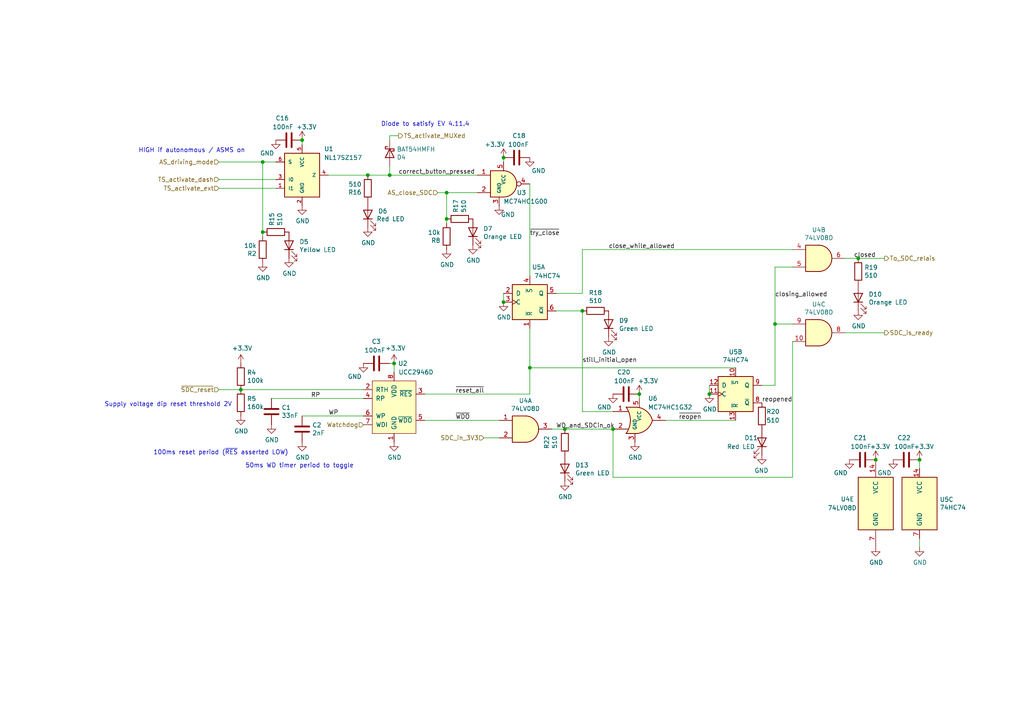
<source format=kicad_sch>
(kicad_sch (version 20211123) (generator eeschema)
  (paper "A4")
  (title_block (title "SDCL - Non-Programmable Logic") (date "2021-12-16") (rev "v1.0") (company "FaSTTUBe - Formula Student Team TU Berlin") (comment 1 "Car 113") (comment 2 "EBS Electronics") (comment 3 "Compliance for rule T 14.5.1 and T 14.5.2") (comment 4 "Hard-Wired logic for SDC relay latching and activation buttons"))
  (lib_symbols
    (symbol "74xx:74HC74" (pin_names (offset 1.016))
      (property "Reference" "U" (at -7.62 8.89 0))
      (property "Value" "74HC74" (at -7.62 -8.89 0))
      (symbol "74HC74_1_0"
        (pin input line (at 0 -7.62 90) (length 2.54) (name "~{R}") (number "1"))
        (pin input line (at -7.62 2.54 0) (length 2.54) (name "D") (number "2"))
        (pin input clock (at -7.62 0 0) (length 2.54) (name "C") (number "3"))
        (pin input line (at 0 7.62 270) (length 2.54) (name "~{S}") (number "4"))
        (pin output line (at 7.62 2.54 180) (length 2.54) (name "Q") (number "5"))
        (pin output line (at 7.62 -2.54 180) (length 2.54) (name "~{Q}") (number "6"))
      )
      (symbol "74HC74_1_1"
        (rectangle (start -5.08 5.08) (end 5.08 -5.08) (stroke (width 0.254)) (fill (type background)))
      )
      (symbol "74HC74_2_0"
        (pin input line (at 0 7.62 270) (length 2.54) (name "~{S}") (number "10"))
        (pin input clock (at -7.62 0 0) (length 2.54) (name "C") (number "11"))
        (pin input line (at -7.62 2.54 0) (length 2.54) (name "D") (number "12"))
        (pin input line (at 0 -7.62 90) (length 2.54) (name "~{R}") (number "13"))
        (pin output line (at 7.62 -2.54 180) (length 2.54) (name "~{Q}") (number "8"))
        (pin output line (at 7.62 2.54 180) (length 2.54) (name "Q") (number "9"))
      )
      (symbol "74HC74_2_1"
        (rectangle (start -5.08 5.08) (end 5.08 -5.08) (stroke (width 0.254)) (fill (type background)))
      )
      (symbol "74HC74_3_0"
        (pin power_in line (at 0 10.16 270) (length 2.54) (name "VCC") (number "14"))
        (pin power_in line (at 0 -10.16 90) (length 2.54) (name "GND") (number "7"))
      )
      (symbol "74HC74_3_1"
        (rectangle (start -5.08 7.62) (end 5.08 -7.62) (stroke (width 0.254)) (fill (type background)))
      )
    )
    (symbol "Custom:74LV08D" (pin_names (offset 1.016))
      (property "Reference" "U" (at 3.81 6.35 0))
      (property "Value" "74LV08D" (at 7.62 3.81 0))
      (symbol "74LV08D_1_1"
        (arc (start 0 -3.81) (mid 3.81 0) (end 0 3.81) (stroke (width 0.254)) (fill (type background)))
        (polyline (pts (xy 0 3.81) (xy -3.81 3.81) (xy -3.81 -3.81) (xy 0 -3.81)) (stroke (width 0.254)) (fill (type background)))
        (pin input line (at -7.62 2.54 0) (length 3.81) (name "~") (number "1"))
        (pin input line (at -7.62 -2.54 0) (length 3.81) (name "~") (number "2"))
        (pin output line (at 7.62 0 180) (length 3.81) (name "~") (number "3"))
      )
      (symbol "74LV08D_1_2"
        (arc (start -3.81 -3.81) (mid -2.589 0) (end -3.81 3.81) (stroke (width 0.254)))
        (arc (start -0.6096 -3.81) (mid 2.1842 -2.5851) (end 3.81 0) (stroke (width 0.254)) (fill (type background)))
        (polyline (pts (xy -3.81 -3.81) (xy -0.635 -3.81)) (stroke (width 0.254)) (fill (type background)))
        (polyline (pts (xy -3.81 3.81) (xy -0.635 3.81)) (stroke (width 0.254)) (fill (type background)))
        (polyline (pts (xy -0.635 3.81) (xy -3.81 3.81) (xy -3.81 3.81) (xy -3.556 3.4036) (xy -3.0226 2.2606) (xy -2.6924 1.0414) (xy -2.6162 -0.254) (xy -2.7686 -1.4986) (xy -3.175 -2.7178) (xy -3.81 -3.81) (xy -3.81 -3.81) (xy -0.635 -3.81)) (stroke (width -25.4)) (fill (type background)))
        (arc (start 3.81 0) (mid 2.1915 2.5936) (end -0.6096 3.81) (stroke (width 0.254)) (fill (type background)))
        (pin input inverted (at -7.62 2.54 0) (length 4.318) (name "~") (number "1"))
        (pin input inverted (at -7.62 -2.54 0) (length 4.318) (name "~") (number "2"))
        (pin output inverted (at 7.62 0 180) (length 3.81) (name "~") (number "3"))
      )
      (symbol "74LV08D_2_1"
        (arc (start 0 -3.81) (mid 3.81 0) (end 0 3.81) (stroke (width 0.254)) (fill (type background)))
        (polyline (pts (xy 0 3.81) (xy -3.81 3.81) (xy -3.81 -3.81) (xy 0 -3.81)) (stroke (width 0.254)) (fill (type background)))
        (pin input line (at -7.62 2.54 0) (length 3.81) (name "~") (number "4"))
        (pin input line (at -7.62 -2.54 0) (length 3.81) (name "~") (number "5"))
        (pin output line (at 7.62 0 180) (length 3.81) (name "~") (number "6"))
      )
      (symbol "74LV08D_2_2"
        (arc (start -3.81 -3.81) (mid -2.589 0) (end -3.81 3.81) (stroke (width 0.254)))
        (arc (start -0.6096 -3.81) (mid 2.1842 -2.5851) (end 3.81 0) (stroke (width 0.254)) (fill (type background)))
        (polyline (pts (xy -3.81 -3.81) (xy -0.635 -3.81)) (stroke (width 0.254)) (fill (type background)))
        (polyline (pts (xy -3.81 3.81) (xy -0.635 3.81)) (stroke (width 0.254)) (fill (type background)))
        (polyline (pts (xy -0.635 3.81) (xy -3.81 3.81) (xy -3.81 3.81) (xy -3.556 3.4036) (xy -3.0226 2.2606) (xy -2.6924 1.0414) (xy -2.6162 -0.254) (xy -2.7686 -1.4986) (xy -3.175 -2.7178) (xy -3.81 -3.81) (xy -3.81 -3.81) (xy -0.635 -3.81)) (stroke (width -25.4)) (fill (type background)))
        (arc (start 3.81 0) (mid 2.1915 2.5936) (end -0.6096 3.81) (stroke (width 0.254)) (fill (type background)))
        (pin input inverted (at -7.62 2.54 0) (length 4.318) (name "~") (number "4"))
        (pin input inverted (at -7.62 -2.54 0) (length 4.318) (name "~") (number "5"))
        (pin output inverted (at 7.62 0 180) (length 3.81) (name "~") (number "6"))
      )
      (symbol "74LV08D_3_1"
        (arc (start 0 -3.81) (mid 3.81 0) (end 0 3.81) (stroke (width 0.254)) (fill (type background)))
        (polyline (pts (xy 0 3.81) (xy -3.81 3.81) (xy -3.81 -3.81) (xy 0 -3.81)) (stroke (width 0.254)) (fill (type background)))
        (pin input line (at -7.62 -2.54 0) (length 3.81) (name "~") (number "10"))
        (pin output line (at 7.62 0 180) (length 3.81) (name "~") (number "8"))
        (pin input line (at -7.62 2.54 0) (length 3.81) (name "~") (number "9"))
      )
      (symbol "74LV08D_3_2"
        (arc (start -3.81 -3.81) (mid -2.589 0) (end -3.81 3.81) (stroke (width 0.254)))
        (arc (start -0.6096 -3.81) (mid 2.1842 -2.5851) (end 3.81 0) (stroke (width 0.254)) (fill (type background)))
        (polyline (pts (xy -3.81 -3.81) (xy -0.635 -3.81)) (stroke (width 0.254)) (fill (type background)))
        (polyline (pts (xy -3.81 3.81) (xy -0.635 3.81)) (stroke (width 0.254)) (fill (type background)))
        (polyline (pts (xy -0.635 3.81) (xy -3.81 3.81) (xy -3.81 3.81) (xy -3.556 3.4036) (xy -3.0226 2.2606) (xy -2.6924 1.0414) (xy -2.6162 -0.254) (xy -2.7686 -1.4986) (xy -3.175 -2.7178) (xy -3.81 -3.81) (xy -3.81 -3.81) (xy -0.635 -3.81)) (stroke (width -25.4)) (fill (type background)))
        (arc (start 3.81 0) (mid 2.1915 2.5936) (end -0.6096 3.81) (stroke (width 0.254)) (fill (type background)))
        (pin input inverted (at -7.62 -2.54 0) (length 4.318) (name "~") (number "10"))
        (pin output inverted (at 7.62 0 180) (length 3.81) (name "~") (number "8"))
        (pin input inverted (at -7.62 2.54 0) (length 4.318) (name "~") (number "9"))
      )
      (symbol "74LV08D_4_1"
        (arc (start 0 -3.81) (mid 3.81 0) (end 0 3.81) (stroke (width 0.254)) (fill (type background)))
        (polyline (pts (xy 0 3.81) (xy -3.81 3.81) (xy -3.81 -3.81) (xy 0 -3.81)) (stroke (width 0.254)) (fill (type background)))
        (pin output line (at 7.62 0 180) (length 3.81) (name "~") (number "11"))
        (pin input line (at -7.62 2.54 0) (length 3.81) (name "~") (number "12"))
        (pin input line (at -7.62 -2.54 0) (length 3.81) (name "~") (number "13"))
      )
      (symbol "74LV08D_4_2"
        (arc (start -3.81 -3.81) (mid -2.589 0) (end -3.81 3.81) (stroke (width 0.254)))
        (arc (start -0.6096 -3.81) (mid 2.1842 -2.5851) (end 3.81 0) (stroke (width 0.254)) (fill (type background)))
        (polyline (pts (xy -3.81 -3.81) (xy -0.635 -3.81)) (stroke (width 0.254)) (fill (type background)))
        (polyline (pts (xy -3.81 3.81) (xy -0.635 3.81)) (stroke (width 0.254)) (fill (type background)))
        (polyline (pts (xy -0.635 3.81) (xy -3.81 3.81) (xy -3.81 3.81) (xy -3.556 3.4036) (xy -3.0226 2.2606) (xy -2.6924 1.0414) (xy -2.6162 -0.254) (xy -2.7686 -1.4986) (xy -3.175 -2.7178) (xy -3.81 -3.81) (xy -3.81 -3.81) (xy -0.635 -3.81)) (stroke (width -25.4)) (fill (type background)))
        (arc (start 3.81 0) (mid 2.1915 2.5936) (end -0.6096 3.81) (stroke (width 0.254)) (fill (type background)))
        (pin output inverted (at 7.62 0 180) (length 3.81) (name "~") (number "11"))
        (pin input inverted (at -7.62 2.54 0) (length 4.318) (name "~") (number "12"))
        (pin input inverted (at -7.62 -2.54 0) (length 4.318) (name "~") (number "13"))
      )
      (symbol "74LV08D_5_0"
        (pin power_in line (at 0 12.7 270) (length 5.08) (name "VCC") (number "14"))
        (pin power_in line (at 0 -12.7 90) (length 5.08) (name "GND") (number "7"))
      )
      (symbol "74LV08D_5_1"
        (rectangle (start -5.08 7.62) (end 5.08 -7.62) (stroke (width 0.254)) (fill (type background)))
      )
    )
    (symbol "Custom:MC74HC1G00" (pin_names (offset 1.016))
      (property "Reference" "U" (at 1.27 7.62 0))
      (property "Value" "MC74HC1G00" (at 7.62 5.08 0))
      (symbol "MC74HC1G00_1_1"
        (arc (start 0 -3.81) (mid 3.81 0) (end 0 3.81) (stroke (width 0.254)) (fill (type background)))
        (polyline (pts (xy 0 3.81) (xy -3.81 3.81) (xy -3.81 -3.81) (xy 0 -3.81)) (stroke (width 0.254)) (fill (type background)))
        (pin input line (at -7.62 2.54 0) (length 3.81) (name "~") (number "1"))
        (pin input line (at -7.62 -2.54 0) (length 3.81) (name "~") (number "2"))
        (pin power_in line (at -1.27 -6.35 90) (length 2.54) (name "GND") (number "3"))
        (pin output inverted (at 7.62 0 180) (length 3.81) (name "~") (number "4"))
        (pin power_in line (at 0 6.35 270) (length 2.54) (name "VCC") (number "5"))
      )
      (symbol "MC74HC1G00_1_2"
        (arc (start -3.81 -3.81) (mid -2.589 0) (end -3.81 3.81) (stroke (width 0.254)))
        (arc (start -0.6096 -3.81) (mid 2.1842 -2.5851) (end 3.81 0) (stroke (width 0.254)) (fill (type background)))
        (polyline (pts (xy -3.81 -3.81) (xy -0.635 -3.81)) (stroke (width 0.254)) (fill (type background)))
        (polyline (pts (xy -3.81 3.81) (xy -0.635 3.81)) (stroke (width 0.254)) (fill (type background)))
        (polyline (pts (xy -0.635 3.81) (xy -3.81 3.81) (xy -3.81 3.81) (xy -3.556 3.4036) (xy -3.0226 2.2606) (xy -2.6924 1.0414) (xy -2.6162 -0.254) (xy -2.7686 -1.4986) (xy -3.175 -2.7178) (xy -3.81 -3.81) (xy -3.81 -3.81) (xy -0.635 -3.81)) (stroke (width -25.4)) (fill (type background)))
        (arc (start 3.81 0) (mid 2.1915 2.5936) (end -0.6096 3.81) (stroke (width 0.254)) (fill (type background)))
        (pin input inverted (at -7.62 2.54 0) (length 4.318) (name "~") (number "1"))
        (pin input inverted (at -7.62 -2.54 0) (length 4.318) (name "~") (number "2"))
        (pin output line (at 7.62 0 180) (length 3.81) (name "~") (number "3"))
      )
    )
    (symbol "Custom:MC74HC1G32" (pin_names (offset 1.016))
      (property "Reference" "U" (at 3.81 6.35 0))
      (property "Value" "MC74HC1G32" (at 8.89 3.81 0))
      (symbol "MC74HC1G32_1_1"
        (arc (start -3.81 -3.81) (mid -2.589 0) (end -3.81 3.81) (stroke (width 0.254)))
        (arc (start -0.6096 -3.81) (mid 2.1842 -2.5851) (end 3.81 0) (stroke (width 0.254)) (fill (type background)))
        (polyline (pts (xy -3.81 -3.81) (xy -0.635 -3.81)) (stroke (width 0.254)) (fill (type background)))
        (polyline (pts (xy -3.81 3.81) (xy -0.635 3.81)) (stroke (width 0.254)) (fill (type background)))
        (polyline (pts (xy -0.635 3.81) (xy -3.81 3.81) (xy -3.81 3.81) (xy -3.556 3.4036) (xy -3.0226 2.2606) (xy -2.6924 1.0414) (xy -2.6162 -0.254) (xy -2.7686 -1.4986) (xy -3.175 -2.7178) (xy -3.81 -3.81) (xy -3.81 -3.81) (xy -0.635 -3.81)) (stroke (width -25.4)) (fill (type background)))
        (arc (start 3.81 0) (mid 2.1915 2.5936) (end -0.6096 3.81) (stroke (width 0.254)) (fill (type background)))
        (pin input line (at -7.62 2.54 0) (length 4.318) (name "~") (number "1"))
        (pin input line (at -7.62 -2.54 0) (length 4.318) (name "~") (number "2"))
        (pin power_in line (at -1.27 -6.35 90) (length 2.54) (name "GND") (number "3"))
        (pin output line (at 7.62 0 180) (length 3.81) (name "~") (number "4"))
        (pin power_in line (at 0 6.35 270) (length 2.54) (name "VCC") (number "5"))
      )
      (symbol "MC74HC1G32_1_2"
        (arc (start 0 -3.81) (mid 3.81 0) (end 0 3.81) (stroke (width 0.254)) (fill (type background)))
        (polyline (pts (xy 0 3.81) (xy -3.81 3.81) (xy -3.81 -3.81) (xy 0 -3.81)) (stroke (width 0.254)) (fill (type background)))
        (pin input inverted (at -7.62 2.54 0) (length 3.81) (name "~") (number "1"))
        (pin input inverted (at -7.62 -2.54 0) (length 3.81) (name "~") (number "2"))
        (pin output inverted (at 7.62 0 180) (length 3.81) (name "~") (number "3"))
      )
    )
    (symbol "Custom:NL17SZ157" (pin_names (offset 1.016))
      (property "Reference" "U" (at 0 15.24 0))
      (property "Value" "NL17SZ157" (at 0 12.7 0))
      (symbol "NL17SZ157_1_1"
        (rectangle (start -5.08 6.35) (end 5.08 -6.35) (stroke (width 0.254)) (fill (type background)))
        (pin input line (at -7.62 -3.81 0) (length 2.54) (name "I1") (number "1"))
        (pin power_in line (at 0 -8.89 90) (length 2.54) (name "GND") (number "2"))
        (pin input line (at -7.62 -1.27 0) (length 2.54) (name "I0") (number "3"))
        (pin output line (at 7.62 0 180) (length 2.54) (name "Z") (number "4"))
        (pin power_in line (at 0 8.89 270) (length 2.54) (name "VCC") (number "5"))
        (pin input line (at -7.62 3.81 0) (length 2.54) (name "S") (number "6"))
      )
    )
    (symbol "Custom:UCC2946" (pin_names (offset 1.016))
      (property "Reference" "U" (at 0 15.24 0))
      (property "Value" "UCC2946" (at 0 12.7 0))
      (symbol "UCC2946_0_1"
        (rectangle (start -6.35 7.62) (end 6.35 -7.62) (fill (type background)))
      )
      (symbol "UCC2946_1_1"
        (pin power_in line (at 0 -10.16 90) (length 2.54) (name "GND") (number "1"))
        (pin input line (at -8.89 5.08 0) (length 2.54) (name "RTH") (number "2"))
        (pin input line (at 8.89 3.81 180) (length 2.54) (name "~{RES}") (number "3"))
        (pin input line (at -8.89 2.54 0) (length 2.54) (name "RP") (number "4"))
        (pin input line (at 8.89 -3.81 180) (length 2.54) (name "~{WDO}") (number "5"))
        (pin input line (at -8.89 -2.54 0) (length 2.54) (name "WP") (number "6"))
        (pin input line (at -8.89 -5.08 0) (length 2.54) (name "WDI") (number "7"))
        (pin power_in line (at 0 10.16 270) (length 2.54) (name "VDD") (number "8"))
      )
    )
    (symbol "Device:C" (pin_numbers hide) (pin_names (offset 0.254))
      (property "Reference" "C" (at 0.635 2.54 0))
      (property "Value" "C" (at 0.635 -2.54 0))
      (symbol "C_0_1"
        (polyline (pts (xy -2.032 -0.762) (xy 2.032 -0.762)) (stroke (width 0.508)))
        (polyline (pts (xy -2.032 0.762) (xy 2.032 0.762)) (stroke (width 0.508)))
      )
      (symbol "C_1_1"
        (pin passive line (at 0 3.81 270) (length 2.794) (name "~") (number "1"))
        (pin passive line (at 0 -3.81 90) (length 2.794) (name "~") (number "2"))
      )
    )
    (symbol "Device:D_Schottky" (pin_numbers hide) (pin_names (offset 1.016) hide)
      (property "Reference" "D" (at 0 2.54 0))
      (property "Value" "D_Schottky" (at 0 -2.54 0))
      (symbol "D_Schottky_0_1"
        (polyline (pts (xy 1.27 0) (xy -1.27 0)))
        (polyline (pts (xy 1.27 1.27) (xy 1.27 -1.27) (xy -1.27 0) (xy 1.27 1.27)) (stroke (width 0.254)))
        (polyline (pts (xy -1.905 0.635) (xy -1.905 1.27) (xy -1.27 1.27) (xy -1.27 -1.27) (xy -0.635 -1.27) (xy -0.635 -0.635)) (stroke (width 0.254)))
      )
      (symbol "D_Schottky_1_1"
        (pin passive line (at -3.81 0 0) (length 2.54) (name "K") (number "1"))
        (pin passive line (at 3.81 0 180) (length 2.54) (name "A") (number "2"))
      )
    )
    (symbol "Device:LED" (pin_numbers hide) (pin_names (offset 1.016) hide)
      (property "Reference" "D" (at 0 2.54 0))
      (property "Value" "LED" (at 0 -2.54 0))
      (symbol "LED_0_1"
        (polyline (pts (xy -1.27 -1.27) (xy -1.27 1.27)) (stroke (width 0.254)))
        (polyline (pts (xy -1.27 0) (xy 1.27 0)))
        (polyline (pts (xy 1.27 -1.27) (xy 1.27 1.27) (xy -1.27 0) (xy 1.27 -1.27)) (stroke (width 0.254)))
        (polyline (pts (xy -3.048 -0.762) (xy -4.572 -2.286) (xy -3.81 -2.286) (xy -4.572 -2.286) (xy -4.572 -1.524)))
        (polyline (pts (xy -1.778 -0.762) (xy -3.302 -2.286) (xy -2.54 -2.286) (xy -3.302 -2.286) (xy -3.302 -1.524)))
      )
      (symbol "LED_1_1"
        (pin passive line (at -3.81 0 0) (length 2.54) (name "K") (number "1"))
        (pin passive line (at 3.81 0 180) (length 2.54) (name "A") (number "2"))
      )
    )
    (symbol "Device:R" (pin_numbers hide) (pin_names (offset 0))
      (property "Reference" "R" (at 2.032 0 90))
      (property "Value" "R" (at 0 0 90))
      (symbol "R_0_1"
        (rectangle (start -1.016 -2.54) (end 1.016 2.54) (stroke (width 0.254)))
      )
      (symbol "R_1_1"
        (pin passive line (at 0 3.81 270) (length 1.27) (name "~") (number "1"))
        (pin passive line (at 0 -3.81 90) (length 1.27) (name "~") (number "2"))
      )
    )
    (symbol "power:+3.3V" (power) (pin_names (offset 0))
      (property "Value" "+3.3V" (at 0 3.556 0))
      (symbol "+3.3V_0_1"
        (polyline (pts (xy -0.762 1.27) (xy 0 2.54)))
        (polyline (pts (xy 0 0) (xy 0 2.54)))
        (polyline (pts (xy 0 2.54) (xy 0.762 1.27)))
      )
      (symbol "+3.3V_1_1"
        (pin power_in line (at 0 0 90) (length 0) hide (name "+3.3V") (number "1"))
      )
    )
    (symbol "power:GND" (power) (pin_names (offset 0))
      (property "Value" "GND" (at 0 -3.81 0))
      (symbol "GND_0_1"
        (polyline (pts (xy 0 0) (xy 0 -1.27) (xy 1.27 -1.27) (xy 0 -2.54) (xy -1.27 -1.27) (xy 0 -1.27)))
      )
      (symbol "GND_1_1"
        (pin power_in line (at 0 0 270) (length 0) hide (name "GND") (number "1"))
      )
    )
  )
  (junction (at 163.83 124.46))
  (junction (at 114.3 105.41))
  (junction (at 224.79 93.98))
  (junction (at 113.03 50.8))
  (junction (at 129.54 63.5))
  (junction (at 168.91 90.17))
  (junction (at 248.92 74.93))
  (junction (at 266.7 133.35))
  (junction (at 153.67 106.68))
  (junction (at 146.05 87.63))
  (junction (at 76.2 67.31))
  (junction (at 146.05 45.72))
  (junction (at 106.68 50.8))
  (junction (at 254 133.35))
  (junction (at 129.54 55.88))
  (junction (at 69.85 113.03))
  (junction (at 177.8 124.46))
  (junction (at 76.2 46.99))
  (junction (at 87.63 40.64))
  (junction (at 185.42 114.3))
  (junction (at 205.74 114.3))
  (wire (pts (xy 63.5 54.61) (xy 80.01 54.61)))
  (wire (pts (xy 153.67 106.68) (xy 153.67 114.3)))
  (wire (pts (xy 140.335 127) (xy 144.78 127)))
  (wire (pts (xy 245.11 96.52) (xy 256.54 96.52)))
  (wire (pts (xy 224.79 111.76) (xy 224.79 93.98)))
  (wire (pts (xy 161.29 85.09) (xy 168.91 85.09)))
  (wire (pts (xy 213.36 106.68) (xy 153.67 106.68)))
  (wire (pts (xy 113.03 50.8) (xy 138.43 50.8)))
  (wire (pts (xy 127 55.88) (xy 129.54 55.88)))
  (wire (pts (xy 113.03 39.37) (xy 115.57 39.37)))
  (wire (pts (xy 153.67 53.34) (xy 153.67 80.01)))
  (wire (pts (xy 87.63 40.64) (xy 87.63 41.91)))
  (wire (pts (xy 69.85 113.03) (xy 105.41 113.03)))
  (wire (pts (xy 224.79 93.98) (xy 224.79 77.47)))
  (wire (pts (xy 123.19 114.3) (xy 153.67 114.3)))
  (wire (pts (xy 106.68 50.8) (xy 113.03 50.8)))
  (wire (pts (xy 63.5 46.99) (xy 76.2 46.99)))
  (wire (pts (xy 224.79 77.47) (xy 229.87 77.47)))
  (wire (pts (xy 129.54 55.88) (xy 138.43 55.88)))
  (wire (pts (xy 76.2 46.99) (xy 76.2 67.31)))
  (wire (pts (xy 168.91 90.17) (xy 161.29 90.17)))
  (wire (pts (xy 163.83 124.46) (xy 177.8 124.46)))
  (wire (pts (xy 95.25 50.8) (xy 106.68 50.8)))
  (wire (pts (xy 168.91 90.17) (xy 168.91 119.38)))
  (wire (pts (xy 63.5 113.03) (xy 69.85 113.03)))
  (wire (pts (xy 266.7 135.89) (xy 266.7 133.35)))
  (wire (pts (xy 78.74 115.57) (xy 105.41 115.57)))
  (wire (pts (xy 193.04 121.92) (xy 213.36 121.92)))
  (wire (pts (xy 113.03 105.41) (xy 114.3 105.41)))
  (wire (pts (xy 177.8 138.43) (xy 177.8 124.46)))
  (wire (pts (xy 114.3 105.41) (xy 114.3 107.95)))
  (wire (pts (xy 153.67 95.25) (xy 153.67 106.68)))
  (wire (pts (xy 168.91 72.39) (xy 168.91 85.09)))
  (wire (pts (xy 123.19 121.92) (xy 144.78 121.92)))
  (wire (pts (xy 129.54 63.5) (xy 129.54 64.77)))
  (wire (pts (xy 220.98 111.76) (xy 224.79 111.76)))
  (wire (pts (xy 266.7 158.75) (xy 266.7 156.21)))
  (wire (pts (xy 160.02 124.46) (xy 163.83 124.46)))
  (wire (pts (xy 248.92 74.93) (xy 256.54 74.93)))
  (wire (pts (xy 146.05 45.72) (xy 146.05 46.99)))
  (wire (pts (xy 76.2 67.31) (xy 76.2 68.58)))
  (wire (pts (xy 113.03 40.64) (xy 113.03 39.37)))
  (wire (pts (xy 63.5 52.07) (xy 80.01 52.07)))
  (wire (pts (xy 168.91 119.38) (xy 177.8 119.38)))
  (wire (pts (xy 205.74 111.76) (xy 205.74 114.3)))
  (wire (pts (xy 146.05 85.09) (xy 146.05 87.63)))
  (wire (pts (xy 129.54 55.88) (xy 129.54 63.5)))
  (wire (pts (xy 113.03 48.26) (xy 113.03 50.8)))
  (wire (pts (xy 229.87 93.98) (xy 224.79 93.98)))
  (wire (pts (xy 168.91 72.39) (xy 229.87 72.39)))
  (wire (pts (xy 185.42 114.3) (xy 185.42 115.57)))
  (wire (pts (xy 76.2 46.99) (xy 80.01 46.99)))
  (wire (pts (xy 245.11 74.93) (xy 248.92 74.93)))
  (wire (pts (xy 229.87 99.06) (xy 229.87 138.43)))
  (wire (pts (xy 229.87 138.43) (xy 177.8 138.43)))
  (wire (pts (xy 87.63 120.65) (xy 105.41 120.65)))
  (text "Supply voltage dip reset threshold 2V" (at 67.31 118.11 180) (effects (font (size 1.27 1.27)) (justify right bottom)))
  (text "100ms reset period (~{RES} asserted LOW)" (at 44.45 132.08 0) (effects (font (size 1.27 1.27)) (justify left bottom)))
  (text "50ms WD timer period to toggle" (at 71.12 135.89 0) (effects (font (size 1.27 1.27)) (justify left bottom)))
  (text "HIGH if autonomous / ASMS on" (at 71.12 44.45 180) (effects (font (size 1.27 1.27)) (justify right bottom)))
  (text "Diode to satisfy EV 4.11.4" (at 110.49 36.83 0) (effects (font (size 1.27 1.27)) (justify left bottom)))
  (label "~{reopen}" (at 196.85 121.92 0))
  (label "reopened" (at 220.98 116.84 0))
  (label "correct_button_pressed" (at 115.57 50.8 0))
  (label "WP" (at 95.25 120.65 0))
  (label "WD_and_SDCin_ok" (at 161.29 124.46 0))
  (label "close_while_allowed" (at 176.53 72.39 0))
  (label "~{reset_all}" (at 132.08 114.3 0))
  (label "closing_allowed" (at 224.79 86.36 0))
  (label "~{WDO}" (at 132.08 121.92 0))
  (label "still_initial_open" (at 168.91 105.41 0))
  (label "closed" (at 247.65 74.93 0))
  (label "RP" (at 90.17 115.57 0))
  (label "~{try_close}" (at 153.67 68.58 0))
  (hierarchical_label "SDC_in_3V3" (shape input) (at 140.335 127 180))
  (hierarchical_label "TS_activate_dash" (shape input) (at 63.5 52.07 180))
  (hierarchical_label "~{SDC_reset}" (shape input) (at 63.5 113.03 180))
  (hierarchical_label "AS_close_SDC" (shape input) (at 127 55.88 180))
  (hierarchical_label "SDC_is_ready" (shape output) (at 256.54 96.52 0))
  (hierarchical_label "TS_activate_MUXed" (shape output) (at 115.57 39.37 0))
  (hierarchical_label "AS_driving_mode" (shape input) (at 63.5 46.99 180))
  (hierarchical_label "TS_activate_ext" (shape input) (at 63.5 54.61 180))
  (hierarchical_label "Watchdog" (shape input) (at 105.41 123.19 180))
  (hierarchical_label "To_SDC_relais" (shape output) (at 256.54 74.93 0))
  (symbol (lib_id "Device:C") (at 78.74 119.38 0) (unit 1)
    (property "Reference" "C1" (at 81.661 118.2116 0) (effects (justify left)))
    (property "Value" "33nF" (at 81.661 120.523 0) (effects (justify left)))
    (property "Footprint" "Capacitor_SMD:C_0603_1608Metric_Pad1.05x0.95mm_HandSolder" (effects hide))
  )
  (symbol (lib_id "Device:C") (at 87.63 124.46 0) (unit 1)
    (property "Reference" "C2" (at 90.551 123.2916 0) (effects (justify left)))
    (property "Value" "2nF" (at 90.551 125.603 0) (effects (justify left)))
    (property "Footprint" "Capacitor_SMD:C_0603_1608Metric_Pad1.05x0.95mm_HandSolder" (effects hide))
  )
  (symbol (lib_id "Custom:UCC2946") (at 114.3 118.11 0) (unit 1)
    (property "Reference" "U2" (at 116.84 105.41 0))
    (property "Value" "UCC2946D" (at 120.65 107.95 0))
    (property "Footprint" "Package_SO:SOIC-8_3.9x4.9mm_P1.27mm" (effects hide))
    (property "Datasheet" "https://www.ti.com/lit/ds/symlink/ucc2946.pdf" (effects hide))
  )
  (symbol (lib_id "Device:C") (at 109.22 105.41 90) (unit 1)
    (property "Reference" "C3" (at 110.49 99.06 90) (effects (justify left)))
    (property "Value" "100nF" (at 111.76 101.6 90) (effects (justify left)))
    (property "Footprint" "Capacitor_SMD:C_0603_1608Metric_Pad1.05x0.95mm_HandSolder" (effects hide))
  )
  (symbol (lib_id "Device:R") (at 69.85 116.84 0) (unit 1)
    (property "Reference" "R5" (at 71.628 115.6716 0) (effects (justify left)))
    (property "Value" "160k" (at 71.628 117.983 0) (effects (justify left)))
    (property "Footprint" "Resistor_SMD:R_0603_1608Metric_Pad1.05x0.95mm_HandSolder" (effects hide))
  )
  (symbol (lib_id "Device:R") (at 69.85 109.22 0) (unit 1)
    (property "Reference" "R4" (at 71.628 108.0516 0) (effects (justify left)))
    (property "Value" "100k" (at 71.628 110.363 0) (effects (justify left)))
    (property "Footprint" "Resistor_SMD:R_0603_1608Metric_Pad1.05x0.95mm_HandSolder" (effects hide))
  )
  (symbol (lib_id "Device:R") (at 76.2 72.39 180) (unit 1)
    (property "Reference" "R2" (at 74.422 73.5584 0) (effects (justify left)))
    (property "Value" "10k" (at 74.422 71.247 0) (effects (justify left)))
    (property "Footprint" "Resistor_SMD:R_0603_1608Metric_Pad1.05x0.95mm_HandSolder" (effects hide))
  )
  (symbol (lib_id "power:GND") (at 76.2 76.2 0) (unit 1)
    (property "Reference" "#PWR0109" (effects hide))
    (property "Value" "GND" (at 76.327 80.5942 0))
  )
  (symbol (lib_id "Device:R") (at 129.54 68.58 180) (unit 1)
    (property "Reference" "R8" (at 127.762 69.7484 0) (effects (justify left)))
    (property "Value" "10k" (at 127.762 67.437 0) (effects (justify left)))
    (property "Footprint" "Resistor_SMD:R_0603_1608Metric_Pad1.05x0.95mm_HandSolder" (effects hide))
  )
  (symbol (lib_id "Custom:MC74HC1G00") (at 146.05 53.34 0) (unit 1)
    (property "Reference" "U3" (at 149.86 55.88 0) (effects (justify left)))
    (property "Value" "MC74HC1G00" (at 146.05 58.42 0) (effects (justify left)))
    (property "Footprint" "Custom:SC-74A-5_1.5x2.9mm_P0.95mm" (effects hide))
    (property "Datasheet" "http://www.ti.com/lit/gpn/sn74ls00" (effects hide))
  )
  (symbol (lib_id "power:GND") (at 144.78 59.69 0) (unit 1)
    (property "Reference" "#PWR0122" (effects hide))
    (property "Value" "GND" (at 147.32 62.23 0))
  )
  (symbol (lib_id "power:GND") (at 129.54 72.39 0) (unit 1)
    (property "Reference" "#PWR0111" (effects hide))
    (property "Value" "GND" (at 129.667 76.7842 0))
  )
  (symbol (lib_id "Custom:MC74HC1G32") (at 185.42 121.92 0) (unit 1)
    (property "Reference" "U6" (at 187.96 115.57 0) (effects (justify left)))
    (property "Value" "MC74HC1G32" (at 187.96 118.11 0) (effects (justify left)))
    (property "Footprint" "Custom:SC-74A-5_1.5x2.9mm_P0.95mm" (effects hide))
    (property "Datasheet" "https://www.mouser.de/datasheet/2/308/1/MC74HC1G32_D-2315545.pdf" (effects hide))
  )
  (symbol (lib_id "power:GND") (at 184.15 128.27 0) (unit 1)
    (property "Reference" "#PWR0124" (effects hide))
    (property "Value" "GND" (at 184.277 132.6642 0))
  )
  (symbol (lib_id "power:+3.3V") (at 185.42 114.3 0) (unit 1)
    (property "Reference" "#PWR0125" (effects hide))
    (property "Value" "+3.3V" (at 187.96 110.49 0))
  )
  (symbol (lib_id "power:GND") (at 105.41 105.41 0) (unit 1)
    (property "Reference" "#PWR0112" (effects hide))
    (property "Value" "GND" (at 102.87 109.22 0))
  )
  (symbol (lib_id "Custom:74LV08D") (at 152.4 124.46 0) (unit 1)
    (property "Reference" "U4" (at 152.4 116.205 0))
    (property "Value" "74LV08D" (at 152.4 118.5164 0))
    (property "Footprint" "Package_SO:SOIC-14_3.9x8.7mm_P1.27mm" (effects hide))
    (property "Datasheet" "https://www.mouser.de/datasheet/2/916/74LV08-1388983.pdf" (effects hide))
  )
  (symbol (lib_id "power:GND") (at 87.63 128.27 0) (unit 1)
    (property "Reference" "#PWR0113" (effects hide))
    (property "Value" "GND" (at 87.757 132.6642 0))
  )
  (symbol (lib_id "Custom:74LV08D") (at 237.49 74.93 0) (unit 2)
    (property "Reference" "U4" (at 237.49 66.675 0))
    (property "Value" "74LV08D" (at 237.49 68.9864 0))
    (property "Footprint" "Package_SO:SOIC-14_3.9x8.7mm_P1.27mm" (effects hide))
    (property "Datasheet" "https://www.mouser.de/datasheet/2/916/74LV08-1388983.pdf" (effects hide))
  )
  (symbol (lib_id "Custom:74LV08D") (at 237.49 96.52 0) (unit 3)
    (property "Reference" "U4" (at 237.49 88.265 0))
    (property "Value" "74LV08D" (at 237.49 90.5764 0))
    (property "Footprint" "Package_SO:SOIC-14_3.9x8.7mm_P1.27mm" (effects hide))
    (property "Datasheet" "https://www.mouser.de/datasheet/2/916/74LV08-1388983.pdf" (effects hide))
  )
  (symbol (lib_id "power:GND") (at 146.05 87.63 0) (unit 1)
    (property "Reference" "#PWR0115" (effects hide))
    (property "Value" "GND" (at 146.177 92.0242 0))
  )
  (symbol (lib_id "Custom:74LV08D") (at 254 146.05 0) (unit 5)
    (property "Reference" "U4" (at 243.84 144.78 0) (effects (justify left)))
    (property "Value" "74LV08D" (at 240.03 147.32 0) (effects (justify left)))
    (property "Footprint" "Package_SO:SOIC-14_3.9x8.7mm_P1.27mm" (effects hide))
    (property "Datasheet" "https://www.mouser.de/datasheet/2/916/74LV08-1388983.pdf" (effects hide))
  )
  (symbol (lib_id "power:GND") (at 205.74 114.3 0) (unit 1)
    (property "Reference" "#PWR0118" (effects hide))
    (property "Value" "GND" (at 205.867 118.6942 0))
  )
  (symbol (lib_id "power:+3.3V") (at 254 133.35 0) (unit 1)
    (property "Reference" "#PWR0126" (effects hide))
    (property "Value" "+3.3V" (at 255.27 129.54 0))
  )
  (symbol (lib_id "power:GND") (at 254 158.75 0) (unit 1)
    (property "Reference" "#PWR0127" (effects hide))
    (property "Value" "GND" (at 254.127 163.1442 0))
  )
  (symbol (lib_id "power:+3.3V") (at 114.3 105.41 0) (unit 1)
    (property "Reference" "#PWR0128" (effects hide))
    (property "Value" "+3.3V" (at 114.681 101.0158 0))
  )
  (symbol (lib_id "power:+3.3V") (at 69.85 105.41 0) (unit 1)
    (property "Reference" "#PWR0129" (effects hide))
    (property "Value" "+3.3V" (at 70.231 101.0158 0))
  )
  (symbol (lib_id "Device:D_Schottky") (at 113.03 44.45 90) (mirror x) (unit 1)
    (property "Reference" "D4" (at 115.062 45.6184 90) (effects (justify right)))
    (property "Value" "BAT54HMFH" (at 115.062 43.307 90) (effects (justify right)))
    (property "Footprint" "Diode_SMD:D_SOT-23_ANK" (effects hide))
  )
  (symbol (lib_id "power:GND") (at 69.85 120.65 0) (unit 1)
    (property "Reference" "#PWR0130" (effects hide))
    (property "Value" "GND" (at 69.977 125.0442 0))
  )
  (symbol (lib_id "power:GND") (at 78.74 123.19 0) (unit 1)
    (property "Reference" "#PWR0131" (effects hide))
    (property "Value" "GND" (at 78.867 127.5842 0))
  )
  (symbol (lib_id "Custom:NL17SZ157") (at 87.63 50.8 0) (unit 1)
    (property "Reference" "U1" (at 93.98 43.18 0) (effects (justify left)))
    (property "Value" "NL17SZ157" (at 93.98 45.72 0) (effects (justify left)))
    (property "Footprint" "Custom:SC-74-6_1.5x2.9mm_P0.95mm" (effects hide))
    (property "Datasheet" "https://www.mouser.de/datasheet/2/308/1/NL17SZ157_D-2318109.pdf" (effects hide))
  )
  (symbol (lib_id "power:GND") (at 114.3 128.27 0) (unit 1)
    (property "Reference" "#PWR0132" (effects hide))
    (property "Value" "GND" (at 114.427 132.6642 0))
  )
  (symbol (lib_id "power:GND") (at 87.63 59.69 0) (unit 1)
    (property "Reference" "#PWR0116" (effects hide))
    (property "Value" "GND" (at 87.757 64.0842 0))
  )
  (symbol (lib_id "Device:LED") (at 248.92 86.36 90) (unit 1)
    (property "Reference" "D10" (at 251.9172 85.3694 90) (effects (justify right)))
    (property "Value" "Orange LED" (at 251.9172 87.6808 90) (effects (justify right)))
    (property "Footprint" "Diode_SMD:D_0603_1608Metric_Pad1.05x0.95mm_HandSolder" (effects hide))
  )
  (symbol (lib_id "Device:R") (at 248.92 78.74 0) (unit 1)
    (property "Reference" "R19" (at 250.698 77.5716 0) (effects (justify left)))
    (property "Value" "510" (at 250.698 79.883 0) (effects (justify left)))
    (property "Footprint" "Resistor_SMD:R_0603_1608Metric_Pad1.05x0.95mm_HandSolder" (effects hide))
  )
  (symbol (lib_id "power:GND") (at 248.92 90.17 0) (unit 1)
    (property "Reference" "#PWR0155" (effects hide))
    (property "Value" "GND" (at 249.047 94.5642 0))
  )
  (symbol (lib_id "Device:LED") (at 163.83 135.89 90) (unit 1)
    (property "Reference" "D13" (at 166.8272 134.8994 90) (effects (justify right)))
    (property "Value" "Green LED" (at 166.8272 137.2108 90) (effects (justify right)))
    (property "Footprint" "Diode_SMD:D_0603_1608Metric_Pad1.05x0.95mm_HandSolder" (effects hide))
  )
  (symbol (lib_id "Device:R") (at 163.83 128.27 180) (unit 1)
    (property "Reference" "R22" (at 158.5722 128.27 90))
    (property "Value" "510" (at 160.8836 128.27 90))
    (property "Footprint" "Resistor_SMD:R_0603_1608Metric_Pad1.05x0.95mm_HandSolder" (effects hide))
  )
  (symbol (lib_id "power:GND") (at 163.83 139.7 0) (unit 1)
    (property "Reference" "#PWR0163" (effects hide))
    (property "Value" "GND" (at 163.957 144.0942 0))
  )
  (symbol (lib_id "74xx:74HC74") (at 153.67 87.63 0) (unit 1)
    (property "Reference" "U5" (at 156.21 77.47 0))
    (property "Value" "74HC74" (at 158.75 80.01 0))
    (property "Footprint" "Package_SO:SOIC-14_3.9x8.7mm_P1.27mm" (effects hide))
    (property "Datasheet" "https://www.mouser.de/datasheet/2/916/74HC_HCT74-1319854.pdf" (effects hide))
  )
  (symbol (lib_id "Device:LED") (at 220.98 128.27 270) (mirror x) (unit 1)
    (property "Reference" "D11" (at 215.9 127 90) (effects (justify left)))
    (property "Value" "Red LED" (at 210.82 129.54 90) (effects (justify left)))
    (property "Footprint" "Diode_SMD:D_0603_1608Metric_Pad1.05x0.95mm_HandSolder" (effects hide))
  )
  (symbol (lib_id "Device:R") (at 220.98 120.65 0) (mirror y) (unit 1)
    (property "Reference" "R20" (at 222.25 119.38 0) (effects (justify right)))
    (property "Value" "510" (at 222.25 121.92 0) (effects (justify right)))
    (property "Footprint" "Resistor_SMD:R_0603_1608Metric_Pad1.05x0.95mm_HandSolder" (effects hide))
  )
  (symbol (lib_id "power:GND") (at 220.98 132.08 0) (mirror y) (unit 1)
    (property "Reference" "#PWR0157" (effects hide))
    (property "Value" "GND" (at 220.853 136.4742 0))
  )
  (symbol (lib_id "74xx:74HC74") (at 213.36 114.3 0) (unit 2)
    (property "Reference" "U5" (at 213.36 102.0826 0))
    (property "Value" "74HC74" (at 213.36 104.394 0))
    (property "Footprint" "Package_SO:SOIC-14_3.9x8.7mm_P1.27mm" (effects hide))
    (property "Datasheet" "https://www.mouser.de/datasheet/2/916/74HC_HCT74-1319854.pdf" (effects hide))
  )
  (symbol (lib_id "74xx:74HC74") (at 266.7 146.05 0) (unit 3)
    (property "Reference" "U5" (at 272.542 144.8816 0) (effects (justify left)))
    (property "Value" "74HC74" (at 272.542 147.193 0) (effects (justify left)))
    (property "Footprint" "Package_SO:SOIC-14_3.9x8.7mm_P1.27mm" (effects hide))
    (property "Datasheet" "https://www.mouser.de/datasheet/2/916/74HC_HCT74-1319854.pdf" (effects hide))
  )
  (symbol (lib_id "Device:C") (at 250.19 133.35 90) (unit 1)
    (property "Reference" "C21" (at 251.46 127 90) (effects (justify left)))
    (property "Value" "100nF" (at 252.73 129.54 90) (effects (justify left)))
    (property "Footprint" "Capacitor_SMD:C_0603_1608Metric_Pad1.05x0.95mm_HandSolder" (effects hide))
  )
  (symbol (lib_id "power:GND") (at 246.38 133.35 0) (unit 1)
    (property "Reference" "#PWR0117" (effects hide))
    (property "Value" "GND" (at 243.84 137.16 0))
  )
  (symbol (lib_id "Device:LED") (at 176.53 93.98 90) (unit 1)
    (property "Reference" "D9" (at 179.5272 92.9894 90) (effects (justify right)))
    (property "Value" "Green LED" (at 179.5272 95.3008 90) (effects (justify right)))
    (property "Footprint" "Diode_SMD:D_0603_1608Metric_Pad1.05x0.95mm_HandSolder" (effects hide))
  )
  (symbol (lib_id "Device:R") (at 172.72 90.17 90) (unit 1)
    (property "Reference" "R18" (at 172.72 84.9122 90))
    (property "Value" "510" (at 172.72 87.2236 90))
    (property "Footprint" "Resistor_SMD:R_0603_1608Metric_Pad1.05x0.95mm_HandSolder" (effects hide))
  )
  (symbol (lib_id "power:GND") (at 176.53 97.79 0) (unit 1)
    (property "Reference" "#PWR0158" (effects hide))
    (property "Value" "GND" (at 176.657 102.1842 0))
  )
  (symbol (lib_id "Device:C") (at 262.89 133.35 90) (unit 1)
    (property "Reference" "C22" (at 264.16 127 90) (effects (justify left)))
    (property "Value" "100nF" (at 265.43 129.54 90) (effects (justify left)))
    (property "Footprint" "Capacitor_SMD:C_0603_1608Metric_Pad1.05x0.95mm_HandSolder" (effects hide))
  )
  (symbol (lib_id "power:GND") (at 259.08 133.35 0) (unit 1)
    (property "Reference" "#PWR0123" (effects hide))
    (property "Value" "GND" (at 256.54 137.16 0))
  )
  (symbol (lib_id "power:GND") (at 266.7 158.75 0) (unit 1)
    (property "Reference" "#PWR0119" (effects hide))
    (property "Value" "GND" (at 266.827 163.1442 0))
  )
  (symbol (lib_id "power:+3.3V") (at 266.7 133.35 0) (unit 1)
    (property "Reference" "#PWR0120" (effects hide))
    (property "Value" "+3.3V" (at 267.97 129.54 0))
  )
  (symbol (lib_id "Device:C") (at 181.61 114.3 90) (unit 1)
    (property "Reference" "C20" (at 182.88 107.95 90) (effects (justify left)))
    (property "Value" "100nF" (at 184.15 110.49 90) (effects (justify left)))
    (property "Footprint" "Capacitor_SMD:C_0603_1608Metric_Pad1.05x0.95mm_HandSolder" (effects hide))
  )
  (symbol (lib_id "power:GND") (at 177.8 114.3 0) (unit 1)
    (property "Reference" "#PWR0150" (effects hide))
    (property "Value" "GND" (at 175.26 118.11 0))
  )
  (symbol (lib_id "power:+3.3V") (at 146.05 45.72 0) (mirror y) (unit 1)
    (property "Reference" "#PWR0151" (effects hide))
    (property "Value" "+3.3V" (at 143.51 41.91 0))
  )
  (symbol (lib_id "Device:C") (at 149.86 45.72 270) (mirror x) (unit 1)
    (property "Reference" "C18" (at 148.59 39.37 90) (effects (justify left)))
    (property "Value" "100nF" (at 147.32 41.91 90) (effects (justify left)))
    (property "Footprint" "Capacitor_SMD:C_0603_1608Metric_Pad1.05x0.95mm_HandSolder" (effects hide))
  )
  (symbol (lib_id "power:GND") (at 153.67 45.72 0) (mirror y) (unit 1)
    (property "Reference" "#PWR0152" (effects hide))
    (property "Value" "GND" (at 156.21 49.53 0))
  )
  (symbol (lib_id "power:+3.3V") (at 87.63 40.64 0) (unit 1)
    (property "Reference" "#PWR0153" (effects hide))
    (property "Value" "+3.3V" (at 88.9 36.83 0))
  )
  (symbol (lib_id "Device:C") (at 83.82 40.64 90) (unit 1)
    (property "Reference" "C16" (at 83.82 34.29 90) (effects (justify left)))
    (property "Value" "100nF" (at 85.09 36.83 90) (effects (justify left)))
    (property "Footprint" "Capacitor_SMD:C_0603_1608Metric_Pad1.05x0.95mm_HandSolder" (effects hide))
  )
  (symbol (lib_id "power:GND") (at 80.01 40.64 0) (unit 1)
    (property "Reference" "#PWR0154" (effects hide))
    (property "Value" "GND" (at 77.47 44.45 0))
  )
  (symbol (lib_id "Device:LED") (at 83.82 71.12 90) (unit 1)
    (property "Reference" "D5" (at 86.8172 70.1294 90) (effects (justify right)))
    (property "Value" "Yellow LED" (at 86.8172 72.4408 90) (effects (justify right)))
    (property "Footprint" "Diode_SMD:D_0603_1608Metric_Pad1.05x0.95mm_HandSolder" (effects hide))
  )
  (symbol (lib_id "Device:R") (at 80.01 67.31 90) (unit 1)
    (property "Reference" "R15" (at 78.8416 65.532 0) (effects (justify left)))
    (property "Value" "510" (at 81.153 65.532 0) (effects (justify left)))
    (property "Footprint" "Resistor_SMD:R_0603_1608Metric_Pad1.05x0.95mm_HandSolder" (effects hide))
  )
  (symbol (lib_id "power:GND") (at 83.82 74.93 0) (unit 1)
    (property "Reference" "#PWR0159" (effects hide))
    (property "Value" "GND" (at 83.947 79.3242 0))
  )
  (symbol (lib_id "Device:LED") (at 137.16 67.31 90) (unit 1)
    (property "Reference" "D7" (at 140.1572 66.3194 90) (effects (justify right)))
    (property "Value" "Orange LED" (at 140.1572 68.6308 90) (effects (justify right)))
    (property "Footprint" "Diode_SMD:D_0603_1608Metric_Pad1.05x0.95mm_HandSolder" (effects hide))
  )
  (symbol (lib_id "Device:R") (at 133.35 63.5 90) (unit 1)
    (property "Reference" "R17" (at 132.1816 61.722 0) (effects (justify left)))
    (property "Value" "510" (at 134.493 61.722 0) (effects (justify left)))
    (property "Footprint" "Resistor_SMD:R_0603_1608Metric_Pad1.05x0.95mm_HandSolder" (effects hide))
  )
  (symbol (lib_id "power:GND") (at 137.16 71.12 0) (unit 1)
    (property "Reference" "#PWR0160" (effects hide))
    (property "Value" "GND" (at 137.287 75.5142 0))
  )
  (symbol (lib_id "Device:LED") (at 106.68 62.23 90) (unit 1)
    (property "Reference" "D6" (at 109.6772 61.2394 90) (effects (justify right)))
    (property "Value" "Red LED" (at 109.22 63.5 90) (effects (justify right)))
    (property "Footprint" "Diode_SMD:D_0603_1608Metric_Pad1.05x0.95mm_HandSolder" (effects hide))
  )
  (symbol (lib_id "Device:R") (at 106.68 54.61 180) (unit 1)
    (property "Reference" "R16" (at 104.902 55.7784 0) (effects (justify left)))
    (property "Value" "510" (at 104.902 53.467 0) (effects (justify left)))
    (property "Footprint" "Resistor_SMD:R_0603_1608Metric_Pad1.05x0.95mm_HandSolder" (effects hide))
  )
  (symbol (lib_id "power:GND") (at 106.68 66.04 0) (unit 1)
    (property "Reference" "#PWR0161" (effects hide))
    (property "Value" "GND" (at 106.807 70.4342 0))
  )
)
</source>
